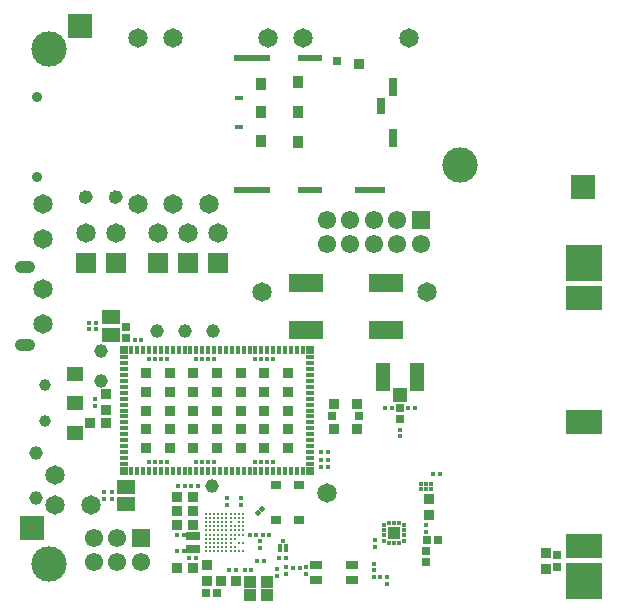
<source format=gts>
G04*
G04 #@! TF.GenerationSoftware,Altium Limited,Altium Designer,23.1.1 (15)*
G04*
G04 Layer_Color=8388736*
%FSLAX25Y25*%
%MOIN*%
G70*
G04*
G04 #@! TF.SameCoordinates,57D325FE-50AA-4423-B3C5-F19BAF70027F*
G04*
G04*
G04 #@! TF.FilePolarity,Negative*
G04*
G01*
G75*
%ADD66C,0.02400*%
%ADD67R,0.12411X0.12411*%
%ADD68R,0.12411X0.08474*%
%ADD69R,0.04337X0.02762*%
%ADD70R,0.01575X0.01457*%
%ADD71R,0.06112X0.04931*%
%ADD72R,0.01781X0.01663*%
%ADD73R,0.01663X0.01781*%
%ADD74R,0.02962X0.02568*%
%ADD75R,0.02568X0.02962*%
%ADD76R,0.03553X0.03750*%
G04:AMPARAMS|DCode=77|XSize=17.81mil|YSize=16.63mil|CornerRadius=0mil|HoleSize=0mil|Usage=FLASHONLY|Rotation=135.000|XOffset=0mil|YOffset=0mil|HoleType=Round|Shape=Rectangle|*
%AMROTATEDRECTD77*
4,1,4,0.01218,-0.00042,0.00042,-0.01218,-0.01218,0.00042,-0.00042,0.01218,0.01218,-0.00042,0.0*
%
%ADD77ROTATEDRECTD77*%

%ADD78R,0.01457X0.01575*%
%ADD79R,0.03750X0.03553*%
%ADD80R,0.01584X0.01387*%
%ADD81R,0.02568X0.03159*%
%ADD82R,0.02884X0.02568*%
%ADD83R,0.03750X0.03553*%
%ADD84R,0.04537X0.04734*%
%ADD85R,0.04734X0.09261*%
%ADD86R,0.02962X0.01781*%
%ADD87R,0.12017X0.02372*%
%ADD88R,0.08080X0.02372*%
%ADD89R,0.03356X0.03553*%
%ADD90R,0.02568X0.06112*%
%ADD91R,0.10049X0.02372*%
%ADD92R,0.03356X0.04143*%
%ADD93R,0.02962X0.02962*%
%ADD94R,0.03159X0.05324*%
%ADD95R,0.03159X0.02568*%
%ADD96C,0.01387*%
%ADD97R,0.05324X0.04537*%
%ADD98R,0.11427X0.06112*%
%ADD99R,0.11427X0.06072*%
%ADD100R,0.03356X0.03159*%
%ADD101C,0.04537*%
%ADD102C,0.06506*%
%ADD103R,0.02520X0.02520*%
%ADD104R,0.02520X0.01575*%
%ADD105R,0.01575X0.02520*%
%ADD106R,0.03543X0.03543*%
%ADD107R,0.01575X0.01575*%
%ADD108R,0.01378X0.01457*%
%ADD109R,0.01457X0.01378*%
%ADD110R,0.04409X0.04409*%
%ADD111R,0.01378X0.01378*%
%ADD112C,0.01102*%
%ADD113R,0.04340X0.03947*%
%ADD114R,0.04537X0.02568*%
%ADD115R,0.07874X0.07874*%
%ADD116R,0.07874X0.07874*%
%ADD117O,0.06899X0.04143*%
%ADD118R,0.06506X0.06506*%
%ADD119R,0.06112X0.06112*%
%ADD120C,0.06112*%
%ADD121C,0.11811*%
%ADD122C,0.04616*%
%ADD123C,0.03543*%
%ADD124C,0.03947*%
D66*
X36890Y136000D02*
G03*
X36890Y136000I-1100J0D01*
G01*
X37110D02*
G03*
X37110Y136000I-1100J0D01*
G01*
X27110D02*
G03*
X27110Y136000I-1100J0D01*
G01*
X26890D02*
G03*
X26890Y136000I-1100J0D01*
G01*
D67*
X191929Y7874D02*
D03*
Y114173D02*
D03*
D68*
Y19685D02*
D03*
Y61024D02*
D03*
Y102362D02*
D03*
D69*
X102721Y13359D02*
D03*
Y8241D02*
D03*
X114532D02*
D03*
Y13359D02*
D03*
D70*
X26894Y94149D02*
D03*
Y91904D02*
D03*
X29453Y94149D02*
D03*
Y91904D02*
D03*
X29158Y66504D02*
D03*
Y68748D02*
D03*
X130702Y56291D02*
D03*
X32012Y37646D02*
D03*
Y35402D02*
D03*
X34571Y37646D02*
D03*
Y35402D02*
D03*
X130702Y58535D02*
D03*
D71*
X34276Y95973D02*
D03*
Y90067D02*
D03*
X39394Y39476D02*
D03*
Y33571D02*
D03*
D72*
X139351Y24468D02*
D03*
Y26713D02*
D03*
X121926Y11565D02*
D03*
Y13809D02*
D03*
X122426Y19365D02*
D03*
X89700Y9678D02*
D03*
Y11922D02*
D03*
X83861Y19106D02*
D03*
Y21350D02*
D03*
X73031Y33495D02*
D03*
Y35739D02*
D03*
X77738Y33495D02*
D03*
Y35739D02*
D03*
X99410Y12622D02*
D03*
Y10378D02*
D03*
X126326Y7066D02*
D03*
X126326Y9310D02*
D03*
X92810Y12622D02*
D03*
Y10378D02*
D03*
X122426Y21609D02*
D03*
D73*
X143946Y43687D02*
D03*
X81122Y11693D02*
D03*
X78878D02*
D03*
X62657Y15816D02*
D03*
X60413D02*
D03*
X83022Y14657D02*
D03*
X85266D02*
D03*
X76057Y11693D02*
D03*
X73813Y11693D02*
D03*
X58622Y18200D02*
D03*
X56378D02*
D03*
X58622Y23400D02*
D03*
X56378D02*
D03*
X90512Y15551D02*
D03*
X92756D02*
D03*
X80589Y23528D02*
D03*
X82833D02*
D03*
X84889Y23528D02*
D03*
X87133D02*
D03*
X104378Y51000D02*
D03*
X106622D02*
D03*
X104378Y48500D02*
D03*
X106622D02*
D03*
X104378Y46000D02*
D03*
X106622D02*
D03*
X42209Y88295D02*
D03*
X44453D02*
D03*
X63422Y39700D02*
D03*
X61178D02*
D03*
X124170Y9287D02*
D03*
X121926D02*
D03*
X94987Y12500D02*
D03*
X97231D02*
D03*
X141702Y43687D02*
D03*
D74*
X143500Y21681D02*
D03*
X139563D02*
D03*
D75*
X183000Y12832D02*
D03*
Y16769D02*
D03*
D76*
X61565Y26843D02*
D03*
X56250D02*
D03*
X61558Y12400D02*
D03*
X56243D02*
D03*
X70877Y7917D02*
D03*
X76192D02*
D03*
X61565Y36043D02*
D03*
X56250D02*
D03*
X61565Y31443D02*
D03*
X56250D02*
D03*
X32602Y60539D02*
D03*
X27287D02*
D03*
D77*
X83244Y30597D02*
D03*
X84831Y32184D02*
D03*
D78*
X133524Y65748D02*
D03*
X135768D02*
D03*
X125643D02*
D03*
X127887D02*
D03*
X59022Y39700D02*
D03*
X56778D02*
D03*
D79*
X32701Y64969D02*
D03*
Y70284D02*
D03*
X140370Y35350D02*
D03*
Y30035D02*
D03*
X179200Y12143D02*
D03*
Y17458D02*
D03*
X66335Y8159D02*
D03*
Y13474D02*
D03*
D80*
X91632Y21358D02*
D03*
X90650Y19783D02*
D03*
Y18209D02*
D03*
X92618D02*
D03*
Y19783D02*
D03*
D81*
X39492Y92823D02*
D03*
Y89083D02*
D03*
X130709Y65650D02*
D03*
X139350Y18057D02*
D03*
Y14317D02*
D03*
X130709Y61909D02*
D03*
D82*
X107986Y62902D02*
D03*
X117120D02*
D03*
D83*
X108813Y58866D02*
D03*
Y66937D02*
D03*
X116294D02*
D03*
Y58866D02*
D03*
D84*
X130709Y69980D02*
D03*
D85*
X136516Y75984D02*
D03*
X124902Y75984D02*
D03*
D86*
X76947Y169009D02*
D03*
Y159402D02*
D03*
D87*
X81474Y182296D02*
D03*
Y138300D02*
D03*
D88*
X100568Y182296D02*
D03*
Y138300D02*
D03*
D89*
X116907Y180328D02*
D03*
D90*
X128521Y172867D02*
D03*
Y155544D02*
D03*
D91*
X120844Y138300D02*
D03*
D92*
X84230Y154599D02*
D03*
Y164206D02*
D03*
Y173812D02*
D03*
X96710Y154206D02*
D03*
Y174206D02*
D03*
Y164206D02*
D03*
D93*
X109820Y181410D02*
D03*
D94*
X124289Y166371D02*
D03*
D95*
X69682Y4017D02*
D03*
X65942D02*
D03*
D96*
X24570Y136000D02*
D03*
X27230D02*
D03*
X34570Y136000D02*
D03*
X37230D02*
D03*
D97*
X22441Y77165D02*
D03*
Y67323D02*
D03*
Y57480D02*
D03*
D98*
X125886Y107480D02*
D03*
Y91732D02*
D03*
X99311D02*
D03*
D99*
Y107480D02*
D03*
D100*
X89461Y39880D02*
D03*
Y28265D02*
D03*
X96941Y39880D02*
D03*
Y28265D02*
D03*
D101*
X68000Y39581D02*
D03*
X49803Y91535D02*
D03*
X59055D02*
D03*
X68307D02*
D03*
X31102Y84646D02*
D03*
Y74803D02*
D03*
D102*
X11811Y122047D02*
D03*
X11811Y133858D02*
D03*
X43307Y133858D02*
D03*
X55118D02*
D03*
X43307Y188976D02*
D03*
X55118D02*
D03*
X106299Y37402D02*
D03*
X133858Y188976D02*
D03*
X66929Y133858D02*
D03*
X86614Y188976D02*
D03*
X98425D02*
D03*
X15748Y33465D02*
D03*
X15748Y43307D02*
D03*
X27559Y33465D02*
D03*
X11811Y93701D02*
D03*
Y105512D02*
D03*
X139764Y104331D02*
D03*
X84646D02*
D03*
X25900Y124000D02*
D03*
X35900D02*
D03*
X49900D02*
D03*
X59900Y124000D02*
D03*
X69900Y124000D02*
D03*
D103*
X38724Y85028D02*
D03*
Y44713D02*
D03*
X100693D02*
D03*
Y85028D02*
D03*
D104*
X38724Y82587D02*
D03*
Y80618D02*
D03*
Y78650D02*
D03*
Y76681D02*
D03*
Y74713D02*
D03*
Y72744D02*
D03*
Y70776D02*
D03*
Y68807D02*
D03*
Y64870D02*
D03*
Y62902D02*
D03*
Y60933D02*
D03*
Y58965D02*
D03*
Y56996D02*
D03*
Y55028D02*
D03*
Y53059D02*
D03*
Y51091D02*
D03*
Y49122D02*
D03*
Y47154D02*
D03*
X100693Y47153D02*
D03*
Y49122D02*
D03*
Y51091D02*
D03*
Y53059D02*
D03*
Y56996D02*
D03*
Y58965D02*
D03*
Y60933D02*
D03*
Y62902D02*
D03*
Y64870D02*
D03*
Y66839D02*
D03*
Y70776D02*
D03*
Y72744D02*
D03*
Y74713D02*
D03*
Y76681D02*
D03*
Y78650D02*
D03*
Y82587D02*
D03*
Y80618D02*
D03*
Y68807D02*
D03*
Y55028D02*
D03*
X38724Y66839D02*
D03*
D105*
X41165Y44713D02*
D03*
X43134D02*
D03*
X45102D02*
D03*
X47071D02*
D03*
X49039D02*
D03*
X51008D02*
D03*
X52976D02*
D03*
X54945D02*
D03*
X56913D02*
D03*
X58882D02*
D03*
X60850D02*
D03*
X62819D02*
D03*
X64787D02*
D03*
X66756D02*
D03*
X68724D02*
D03*
X70693D02*
D03*
X72661D02*
D03*
X74630D02*
D03*
X76598D02*
D03*
X78567D02*
D03*
X80535D02*
D03*
X82504D02*
D03*
X84472D02*
D03*
X86441D02*
D03*
X88409D02*
D03*
X90378D02*
D03*
X92346D02*
D03*
X94315D02*
D03*
X96283D02*
D03*
X96284Y85028D02*
D03*
X94315D02*
D03*
X92347D02*
D03*
X90378D02*
D03*
X88410D02*
D03*
X86441D02*
D03*
X84472D02*
D03*
X82504D02*
D03*
X80535D02*
D03*
X78567D02*
D03*
X76598D02*
D03*
X74630D02*
D03*
X72661D02*
D03*
X70693D02*
D03*
X68724D02*
D03*
X66756D02*
D03*
X64787D02*
D03*
X62819D02*
D03*
X60850D02*
D03*
X58882D02*
D03*
X56913D02*
D03*
X54945D02*
D03*
X52976D02*
D03*
X51008D02*
D03*
X49039D02*
D03*
X47071D02*
D03*
X45102D02*
D03*
X43134D02*
D03*
X41165D02*
D03*
X98252D02*
D03*
X98252Y44713D02*
D03*
D106*
X93331Y77469D02*
D03*
Y52272D02*
D03*
Y64870D02*
D03*
Y58571D02*
D03*
Y71169D02*
D03*
X85457Y52272D02*
D03*
Y64870D02*
D03*
Y58571D02*
D03*
Y71169D02*
D03*
Y77469D02*
D03*
X69709Y52272D02*
D03*
Y64870D02*
D03*
Y58571D02*
D03*
Y71169D02*
D03*
Y77469D02*
D03*
X77583Y52272D02*
D03*
Y64870D02*
D03*
Y58571D02*
D03*
Y71169D02*
D03*
Y77469D02*
D03*
X61835Y52272D02*
D03*
Y64870D02*
D03*
Y58571D02*
D03*
Y71169D02*
D03*
Y77469D02*
D03*
X53961D02*
D03*
Y71169D02*
D03*
Y58571D02*
D03*
Y64870D02*
D03*
Y52272D02*
D03*
X46087D02*
D03*
Y64870D02*
D03*
Y58571D02*
D03*
Y71169D02*
D03*
Y77469D02*
D03*
D107*
X52976Y81996D02*
D03*
X51008D02*
D03*
X47071D02*
D03*
X49039D02*
D03*
X68724D02*
D03*
X64787D02*
D03*
X66756D02*
D03*
X62819D02*
D03*
X82504D02*
D03*
X88410D02*
D03*
X84472D02*
D03*
X86441D02*
D03*
X47071Y47744D02*
D03*
X51008D02*
D03*
X49039D02*
D03*
X52976D02*
D03*
X68724D02*
D03*
X64787D02*
D03*
X66756D02*
D03*
X62819D02*
D03*
X82504D02*
D03*
X88410D02*
D03*
X84472D02*
D03*
X86441D02*
D03*
D108*
X125300Y26845D02*
D03*
X125300Y25073D02*
D03*
X125300Y23301D02*
D03*
X131953Y26845D02*
D03*
X125300Y21530D02*
D03*
X131953D02*
D03*
Y23301D02*
D03*
Y25073D02*
D03*
D109*
X127051Y20860D02*
D03*
X128626D02*
D03*
X130201D02*
D03*
Y27514D02*
D03*
X128626D02*
D03*
X127051D02*
D03*
D110*
X128626Y24187D02*
D03*
D111*
X140945Y40433D02*
D03*
X137795D02*
D03*
Y38858D02*
D03*
X139370Y38858D02*
D03*
X140945Y38858D02*
D03*
X139370Y40433D02*
D03*
D112*
X78335Y18016D02*
D03*
X76957D02*
D03*
X75580D02*
D03*
X74202D02*
D03*
X72824D02*
D03*
X71446D02*
D03*
X70068D02*
D03*
X68690D02*
D03*
X67312D02*
D03*
X65934D02*
D03*
X75580Y19394D02*
D03*
X70068D02*
D03*
X68690D02*
D03*
X67312D02*
D03*
X65934D02*
D03*
X78335Y20772D02*
D03*
X76957D02*
D03*
X74202D02*
D03*
X67312D02*
D03*
X75580Y22150D02*
D03*
X74202D02*
D03*
X72824D02*
D03*
X71446D02*
D03*
X70068D02*
D03*
X68690D02*
D03*
X67312D02*
D03*
X65934D02*
D03*
X78335Y23528D02*
D03*
X76957D02*
D03*
X74202D02*
D03*
X72824D02*
D03*
X71446D02*
D03*
X70068D02*
D03*
X68690D02*
D03*
X67312D02*
D03*
X78335Y24905D02*
D03*
X76957D02*
D03*
X74202D02*
D03*
X72824D02*
D03*
X71446D02*
D03*
X70068D02*
D03*
X68690D02*
D03*
X65934D02*
D03*
X78335Y26283D02*
D03*
X76957D02*
D03*
X74202D02*
D03*
X72824D02*
D03*
X71446D02*
D03*
X70068D02*
D03*
X68690D02*
D03*
X67312D02*
D03*
X78335Y27661D02*
D03*
X76957D02*
D03*
X68690D02*
D03*
X65934D02*
D03*
X78335Y29039D02*
D03*
X76957D02*
D03*
X75580D02*
D03*
X74202D02*
D03*
X72824D02*
D03*
X71446D02*
D03*
X70068D02*
D03*
X68690D02*
D03*
X67312D02*
D03*
X65934D02*
D03*
X78335Y30417D02*
D03*
X76957D02*
D03*
X75580D02*
D03*
X74202D02*
D03*
X72824D02*
D03*
X71446D02*
D03*
X70068D02*
D03*
X68690D02*
D03*
X67312D02*
D03*
X65934Y30417D02*
D03*
X67312Y27661D02*
D03*
X70068D02*
D03*
X71446D02*
D03*
X72824D02*
D03*
X74202D02*
D03*
X65934Y26283D02*
D03*
X75580D02*
D03*
X67312Y24905D02*
D03*
X75580D02*
D03*
X65934Y23528D02*
D03*
X75580D02*
D03*
X65934Y20772D02*
D03*
X68690D02*
D03*
X70068D02*
D03*
X71446D02*
D03*
X72824D02*
D03*
X71446Y19394D02*
D03*
X72824D02*
D03*
X74202D02*
D03*
D113*
X86354Y7764D02*
D03*
X80646Y7764D02*
D03*
X80646Y3236D02*
D03*
X86354D02*
D03*
D114*
X61700Y18615D02*
D03*
Y22945D02*
D03*
D115*
X24016Y192913D02*
D03*
D116*
X7874Y25591D02*
D03*
X191732Y139370D02*
D03*
D117*
X5709Y86614D02*
D03*
Y112598D02*
D03*
D118*
X25900Y114000D02*
D03*
X35900D02*
D03*
X49900D02*
D03*
X59900Y114000D02*
D03*
X69900Y114000D02*
D03*
D119*
X44291Y22244D02*
D03*
X137697Y128346D02*
D03*
D120*
X44291Y14370D02*
D03*
X36417Y22244D02*
D03*
Y14370D02*
D03*
X28543Y22244D02*
D03*
Y14370D02*
D03*
X137697Y120472D02*
D03*
X129823Y128347D02*
D03*
Y120472D02*
D03*
X121949Y128347D02*
D03*
Y120472D02*
D03*
X114075Y128347D02*
D03*
Y120472D02*
D03*
X106201Y128347D02*
D03*
Y120472D02*
D03*
D121*
X13780Y13780D02*
D03*
X150709Y146850D02*
D03*
X13780Y185433D02*
D03*
D122*
X9370Y50728D02*
D03*
Y35728D02*
D03*
D123*
X9744Y169370D02*
D03*
Y142598D02*
D03*
D124*
X12205Y61417D02*
D03*
X12205Y73228D02*
D03*
M02*

</source>
